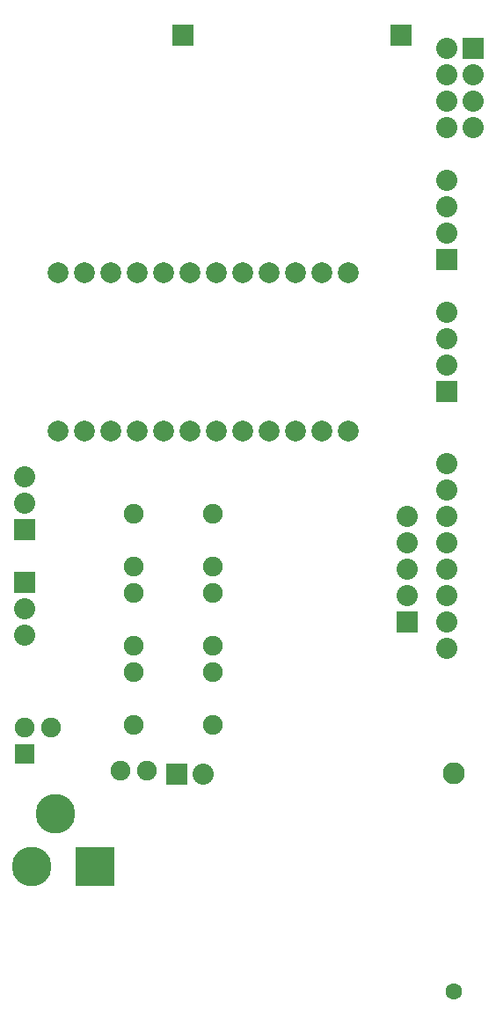
<source format=gbs>
G04 (created by PCBNEW-RS274X (2012-apr-16-27)-stable) date So 26 Okt 2014 19:58:05 CET*
G01*
G70*
G90*
%MOIN*%
G04 Gerber Fmt 3.4, Leading zero omitted, Abs format*
%FSLAX34Y34*%
G04 APERTURE LIST*
%ADD10C,0.006000*%
%ADD11C,0.149900*%
%ADD12R,0.149900X0.149900*%
%ADD13C,0.075000*%
%ADD14R,0.080000X0.080000*%
%ADD15C,0.080000*%
%ADD16R,0.075000X0.075000*%
%ADD17C,0.063300*%
%ADD18C,0.083000*%
%ADD19C,0.079100*%
G04 APERTURE END LIST*
G54D10*
G54D11*
X02000Y-32000D03*
G54D12*
X04400Y-32000D03*
G54D11*
X02900Y-30000D03*
G54D13*
X05875Y-18625D03*
X05875Y-20625D03*
X08875Y-18625D03*
X08875Y-20625D03*
X05875Y-24625D03*
X05875Y-26625D03*
X08875Y-24625D03*
X08875Y-26625D03*
X05875Y-21625D03*
X05875Y-23625D03*
X08875Y-21625D03*
X08875Y-23625D03*
X05375Y-28375D03*
X06375Y-28375D03*
G54D14*
X18750Y-01000D03*
G54D15*
X17750Y-01000D03*
X18750Y-02000D03*
X17750Y-02000D03*
X18750Y-03000D03*
X17750Y-03000D03*
X18750Y-04000D03*
X17750Y-04000D03*
G54D14*
X17750Y-09000D03*
G54D15*
X17750Y-08000D03*
X17750Y-07000D03*
X17750Y-06000D03*
G54D14*
X17750Y-14000D03*
G54D15*
X17750Y-13000D03*
X17750Y-12000D03*
X17750Y-11000D03*
G54D14*
X01750Y-21250D03*
G54D15*
X01750Y-22250D03*
X01750Y-23250D03*
G54D14*
X01750Y-19250D03*
G54D15*
X01750Y-18250D03*
X01750Y-17250D03*
G54D14*
X07500Y-28500D03*
G54D15*
X08500Y-28500D03*
X17750Y-16750D03*
X17750Y-17750D03*
X17750Y-18750D03*
X17750Y-19750D03*
X17750Y-20750D03*
X17750Y-21750D03*
X17750Y-22750D03*
X17750Y-23750D03*
G54D16*
X01750Y-27750D03*
G54D13*
X01750Y-26750D03*
X02750Y-26750D03*
G54D14*
X07750Y-00500D03*
X16000Y-00500D03*
G54D17*
X18003Y-36733D03*
G54D18*
X18003Y-28466D03*
G54D19*
X03000Y-09500D03*
X04000Y-09500D03*
X05000Y-09500D03*
X06000Y-09500D03*
X07000Y-09500D03*
X08000Y-09500D03*
X09000Y-09500D03*
X10000Y-09500D03*
X11000Y-09500D03*
X12000Y-09500D03*
X13000Y-09500D03*
X14000Y-09500D03*
X14000Y-15500D03*
X13000Y-15500D03*
X12000Y-15500D03*
X11000Y-15500D03*
X10000Y-15500D03*
X09000Y-15500D03*
X08000Y-15500D03*
X07000Y-15500D03*
X06000Y-15500D03*
X05000Y-15500D03*
X04000Y-15500D03*
X03000Y-15500D03*
G54D14*
X16250Y-22750D03*
G54D15*
X16250Y-21750D03*
X16250Y-20750D03*
X16250Y-19750D03*
X16250Y-18750D03*
M02*

</source>
